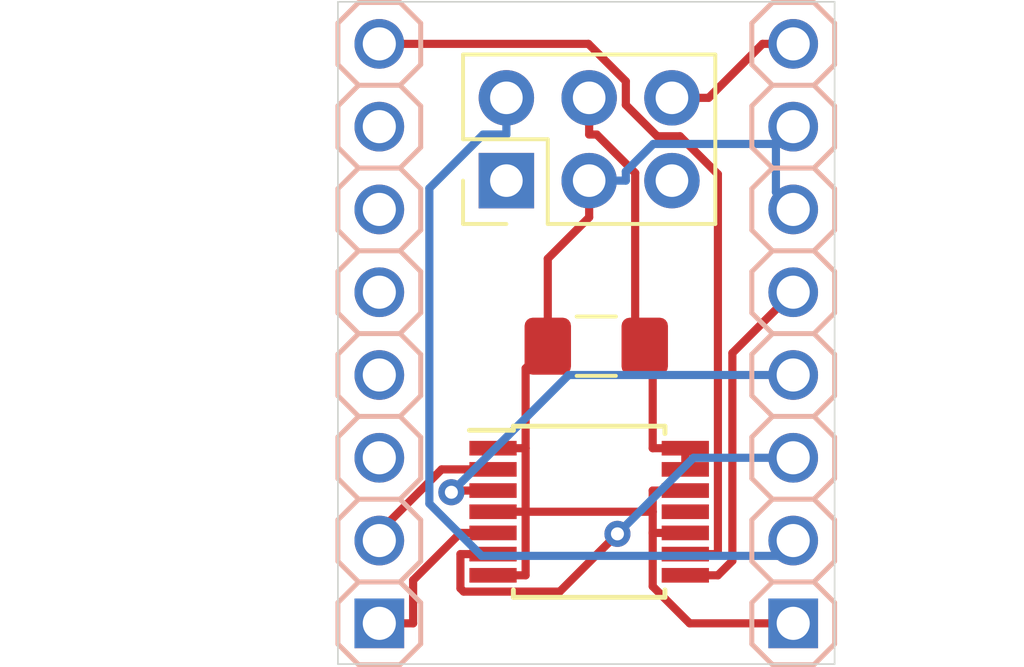
<source format=kicad_pcb>
(kicad_pcb (version 20171130) (host pcbnew 5.1.5-52549c5~84~ubuntu18.04.1)

  (general
    (thickness 1.6)
    (drawings 20)
    (tracks 78)
    (zones 0)
    (modules 5)
    (nets 11)
  )

  (page A4)
  (layers
    (0 Top signal)
    (31 Bottom signal)
    (36 B.SilkS user)
    (37 F.SilkS user)
    (38 B.Mask user)
    (39 F.Mask user)
    (40 Dwgs.User user)
    (41 Cmts.User user)
    (44 Edge.Cuts user)
    (45 Margin user)
    (46 B.CrtYd user)
    (47 F.CrtYd user)
  )

  (setup
    (last_trace_width 0.25)
    (trace_clearance 0.15)
    (zone_clearance 0.508)
    (zone_45_only no)
    (trace_min 0.15)
    (via_size 0.8)
    (via_drill 0.4)
    (via_min_size 0.4)
    (via_min_drill 0.3)
    (uvia_size 0.3)
    (uvia_drill 0.1)
    (uvias_allowed no)
    (uvia_min_size 0.2)
    (uvia_min_drill 0.1)
    (edge_width 0.05)
    (segment_width 0.2)
    (pcb_text_width 0.3)
    (pcb_text_size 1.5 1.5)
    (mod_edge_width 0.12)
    (mod_text_size 1 1)
    (mod_text_width 0.15)
    (pad_size 1.524 1.524)
    (pad_drill 0.762)
    (pad_to_mask_clearance 0.051)
    (solder_mask_min_width 0.25)
    (aux_axis_origin 0 0)
    (visible_elements FFFFFF7F)
    (pcbplotparams
      (layerselection 0x010f0_ffffffff)
      (usegerberextensions true)
      (usegerberattributes true)
      (usegerberadvancedattributes false)
      (creategerberjobfile false)
      (excludeedgelayer true)
      (linewidth 0.100000)
      (plotframeref false)
      (viasonmask false)
      (mode 1)
      (useauxorigin false)
      (hpglpennumber 1)
      (hpglpenspeed 20)
      (hpglpendiameter 15.000000)
      (psnegative false)
      (psa4output false)
      (plotreference true)
      (plotvalue true)
      (plotinvisibletext false)
      (padsonsilk false)
      (subtractmaskfromsilk false)
      (outputformat 1)
      (mirror false)
      (drillshape 0)
      (scaleselection 1)
      (outputdirectory "/home/wormley/tmp/z/"))
  )

  (net 0 "")
  (net 1 GND)
  (net 2 /BMB2)
  (net 3 /BMA1)
  (net 4 /VCC_IO)
  (net 5 /BMB1)
  (net 6 "Net-(C1-Pad1)")
  (net 7 /+VM)
  (net 8 /EN)
  (net 9 /STEP)
  (net 10 /DIR)

  (net_class Default "This is the default net class."
    (clearance 0.15)
    (trace_width 0.25)
    (via_dia 0.8)
    (via_drill 0.4)
    (uvia_dia 0.3)
    (uvia_drill 0.1)
    (add_net /+VM)
    (add_net /BMA1)
    (add_net /BMB1)
    (add_net /BMB2)
    (add_net /DIR)
    (add_net /EN)
    (add_net /STEP)
    (add_net /VCC_IO)
    (add_net GND)
    (add_net "Net-(C1-Pad1)")
  )

  (module Package_SO:TSSOP-14_4.4x5mm_P0.65mm (layer Top) (tedit 5A02F25C) (tstamp 5E1FAF8D)
    (at 148.59 110.49)
    (descr "14-Lead Plastic Thin Shrink Small Outline (ST)-4.4 mm Body [TSSOP] (see Microchip Packaging Specification 00000049BS.pdf)")
    (tags "SSOP 0.65")
    (path /5E206CAC)
    (attr smd)
    (fp_text reference U1 (at 0 -3.55) (layer F.SilkS) hide
      (effects (font (size 1 1) (thickness 0.15)))
    )
    (fp_text value SN74LV4T125 (at 0 3.55) (layer F.Fab) hide
      (effects (font (size 1 1) (thickness 0.15)))
    )
    (fp_text user %R (at 0 0) (layer F.Fab)
      (effects (font (size 0.8 0.8) (thickness 0.15)))
    )
    (fp_line (start -2.325 -2.5) (end -3.675 -2.5) (layer F.SilkS) (width 0.15))
    (fp_line (start -2.325 2.625) (end 2.325 2.625) (layer F.SilkS) (width 0.15))
    (fp_line (start -2.325 -2.625) (end 2.325 -2.625) (layer F.SilkS) (width 0.15))
    (fp_line (start -2.325 2.625) (end -2.325 2.4) (layer F.SilkS) (width 0.15))
    (fp_line (start 2.325 2.625) (end 2.325 2.4) (layer F.SilkS) (width 0.15))
    (fp_line (start 2.325 -2.625) (end 2.325 -2.4) (layer F.SilkS) (width 0.15))
    (fp_line (start -2.325 -2.625) (end -2.325 -2.5) (layer F.SilkS) (width 0.15))
    (fp_line (start -3.95 2.8) (end 3.95 2.8) (layer F.CrtYd) (width 0.05))
    (fp_line (start -3.95 -2.8) (end 3.95 -2.8) (layer F.CrtYd) (width 0.05))
    (fp_line (start 3.95 -2.8) (end 3.95 2.8) (layer F.CrtYd) (width 0.05))
    (fp_line (start -3.95 -2.8) (end -3.95 2.8) (layer F.CrtYd) (width 0.05))
    (fp_line (start -2.2 -1.5) (end -1.2 -2.5) (layer F.Fab) (width 0.15))
    (fp_line (start -2.2 2.5) (end -2.2 -1.5) (layer F.Fab) (width 0.15))
    (fp_line (start 2.2 2.5) (end -2.2 2.5) (layer F.Fab) (width 0.15))
    (fp_line (start 2.2 -2.5) (end 2.2 2.5) (layer F.Fab) (width 0.15))
    (fp_line (start -1.2 -2.5) (end 2.2 -2.5) (layer F.Fab) (width 0.15))
    (pad 14 smd rect (at 2.95 -1.95) (size 1.45 0.45) (layers Top F.Paste F.Mask)
      (net 6 "Net-(C1-Pad1)"))
    (pad 13 smd rect (at 2.95 -1.3) (size 1.45 0.45) (layers Top F.Paste F.Mask)
      (net 6 "Net-(C1-Pad1)"))
    (pad 12 smd rect (at 2.95 -0.65) (size 1.45 0.45) (layers Top F.Paste F.Mask)
      (net 1 GND))
    (pad 11 smd rect (at 2.95 0) (size 1.45 0.45) (layers Top F.Paste F.Mask))
    (pad 10 smd rect (at 2.95 0.65) (size 1.45 0.45) (layers Top F.Paste F.Mask)
      (net 1 GND))
    (pad 9 smd rect (at 2.95 1.3) (size 1.45 0.45) (layers Top F.Paste F.Mask)
      (net 8 /EN))
    (pad 8 smd rect (at 2.95 1.95) (size 1.45 0.45) (layers Top F.Paste F.Mask)
      (net 3 /BMA1))
    (pad 7 smd rect (at -2.95 1.95) (size 1.45 0.45) (layers Top F.Paste F.Mask)
      (net 1 GND))
    (pad 6 smd rect (at -2.95 1.3) (size 1.45 0.45) (layers Top F.Paste F.Mask)
      (net 2 /BMB2))
    (pad 5 smd rect (at -2.95 0.65) (size 1.45 0.45) (layers Top F.Paste F.Mask)
      (net 10 /DIR))
    (pad 4 smd rect (at -2.95 0) (size 1.45 0.45) (layers Top F.Paste F.Mask)
      (net 1 GND))
    (pad 3 smd rect (at -2.95 -0.65) (size 1.45 0.45) (layers Top F.Paste F.Mask)
      (net 5 /BMB1))
    (pad 2 smd rect (at -2.95 -1.3) (size 1.45 0.45) (layers Top F.Paste F.Mask)
      (net 9 /STEP))
    (pad 1 smd rect (at -2.95 -1.95) (size 1.45 0.45) (layers Top F.Paste F.Mask)
      (net 1 GND))
    (model ${KISYS3DMOD}/Package_SO.3dshapes/TSSOP-14_4.4x5mm_P0.65mm.wrl
      (at (xyz 0 0 0))
      (scale (xyz 1 1 1))
      (rotate (xyz 0 0 0))
    )
  )

  (module Connector_PinHeader_2.54mm:PinHeader_2x03_P2.54mm_Vertical (layer Top) (tedit 59FED5CC) (tstamp 5E1FAD89)
    (at 146.05 100.33 90)
    (descr "Through hole straight pin header, 2x03, 2.54mm pitch, double rows")
    (tags "Through hole pin header THT 2x03 2.54mm double row")
    (path /5E2221A4)
    (fp_text reference J1 (at 1.27 -2.33 90) (layer F.SilkS) hide
      (effects (font (size 1 1) (thickness 0.15)))
    )
    (fp_text value Conn_02x03_Odd_Even (at 2.54 20.32 90) (layer F.Fab) hide
      (effects (font (size 1 1) (thickness 0.15)))
    )
    (fp_text user %R (at 1.27 2.54) (layer F.Fab)
      (effects (font (size 1 1) (thickness 0.15)))
    )
    (fp_line (start 4.35 -1.8) (end -1.8 -1.8) (layer F.CrtYd) (width 0.05))
    (fp_line (start 4.35 6.85) (end 4.35 -1.8) (layer F.CrtYd) (width 0.05))
    (fp_line (start -1.8 6.85) (end 4.35 6.85) (layer F.CrtYd) (width 0.05))
    (fp_line (start -1.8 -1.8) (end -1.8 6.85) (layer F.CrtYd) (width 0.05))
    (fp_line (start -1.33 -1.33) (end 0 -1.33) (layer F.SilkS) (width 0.12))
    (fp_line (start -1.33 0) (end -1.33 -1.33) (layer F.SilkS) (width 0.12))
    (fp_line (start 1.27 -1.33) (end 3.87 -1.33) (layer F.SilkS) (width 0.12))
    (fp_line (start 1.27 1.27) (end 1.27 -1.33) (layer F.SilkS) (width 0.12))
    (fp_line (start -1.33 1.27) (end 1.27 1.27) (layer F.SilkS) (width 0.12))
    (fp_line (start 3.87 -1.33) (end 3.87 6.41) (layer F.SilkS) (width 0.12))
    (fp_line (start -1.33 1.27) (end -1.33 6.41) (layer F.SilkS) (width 0.12))
    (fp_line (start -1.33 6.41) (end 3.87 6.41) (layer F.SilkS) (width 0.12))
    (fp_line (start -1.27 0) (end 0 -1.27) (layer F.Fab) (width 0.1))
    (fp_line (start -1.27 6.35) (end -1.27 0) (layer F.Fab) (width 0.1))
    (fp_line (start 3.81 6.35) (end -1.27 6.35) (layer F.Fab) (width 0.1))
    (fp_line (start 3.81 -1.27) (end 3.81 6.35) (layer F.Fab) (width 0.1))
    (fp_line (start 0 -1.27) (end 3.81 -1.27) (layer F.Fab) (width 0.1))
    (pad 6 thru_hole oval (at 2.54 5.08 90) (size 1.7 1.7) (drill 1) (layers *.Cu *.Mask)
      (net 7 /+VM))
    (pad 5 thru_hole oval (at 0 5.08 90) (size 1.7 1.7) (drill 1) (layers *.Cu *.Mask))
    (pad 4 thru_hole oval (at 2.54 2.54 90) (size 1.7 1.7) (drill 1) (layers *.Cu *.Mask)
      (net 6 "Net-(C1-Pad1)"))
    (pad 3 thru_hole oval (at 0 2.54 90) (size 1.7 1.7) (drill 1) (layers *.Cu *.Mask)
      (net 1 GND))
    (pad 2 thru_hole oval (at 2.54 0 90) (size 1.7 1.7) (drill 1) (layers *.Cu *.Mask)
      (net 4 /VCC_IO))
    (pad 1 thru_hole rect (at 0 0 90) (size 1.7 1.7) (drill 1) (layers *.Cu *.Mask))
    (model ${KISYS3DMOD}/Connector_PinHeader_2.54mm.3dshapes/PinHeader_2x03_P2.54mm_Vertical.wrl
      (at (xyz 0 0 0))
      (scale (xyz 1 1 1))
      (rotate (xyz 0 0 0))
    )
  )

  (module Capacitor_SMD:C_1206_3216Metric_Pad1.42x1.75mm_HandSolder (layer Top) (tedit 5B301BBE) (tstamp 5E1FAD6D)
    (at 148.808 105.41 180)
    (descr "Capacitor SMD 1206 (3216 Metric), square (rectangular) end terminal, IPC_7351 nominal with elongated pad for handsoldering. (Body size source: http://www.tortai-tech.com/upload/download/2011102023233369053.pdf), generated with kicad-footprint-generator")
    (tags "capacitor handsolder")
    (path /5E22F494)
    (attr smd)
    (fp_text reference C1 (at 0 -1.82) (layer F.SilkS) hide
      (effects (font (size 1 1) (thickness 0.15)))
    )
    (fp_text value CP (at 0 1.82) (layer F.Fab) hide
      (effects (font (size 1 1) (thickness 0.15)))
    )
    (fp_text user %R (at 0 0) (layer F.Fab)
      (effects (font (size 0.8 0.8) (thickness 0.12)))
    )
    (fp_line (start 2.45 1.12) (end -2.45 1.12) (layer F.CrtYd) (width 0.05))
    (fp_line (start 2.45 -1.12) (end 2.45 1.12) (layer F.CrtYd) (width 0.05))
    (fp_line (start -2.45 -1.12) (end 2.45 -1.12) (layer F.CrtYd) (width 0.05))
    (fp_line (start -2.45 1.12) (end -2.45 -1.12) (layer F.CrtYd) (width 0.05))
    (fp_line (start -0.602064 0.91) (end 0.602064 0.91) (layer F.SilkS) (width 0.12))
    (fp_line (start -0.602064 -0.91) (end 0.602064 -0.91) (layer F.SilkS) (width 0.12))
    (fp_line (start 1.6 0.8) (end -1.6 0.8) (layer F.Fab) (width 0.1))
    (fp_line (start 1.6 -0.8) (end 1.6 0.8) (layer F.Fab) (width 0.1))
    (fp_line (start -1.6 -0.8) (end 1.6 -0.8) (layer F.Fab) (width 0.1))
    (fp_line (start -1.6 0.8) (end -1.6 -0.8) (layer F.Fab) (width 0.1))
    (pad 2 smd roundrect (at 1.4875 0 180) (size 1.425 1.75) (layers Top F.Paste F.Mask) (roundrect_rratio 0.175439)
      (net 1 GND))
    (pad 1 smd roundrect (at -1.4875 0 180) (size 1.425 1.75) (layers Top F.Paste F.Mask) (roundrect_rratio 0.175439)
      (net 6 "Net-(C1-Pad1)"))
    (model ${KISYS3DMOD}/Capacitor_SMD.3dshapes/C_1206_3216Metric.wrl
      (at (xyz 0 0 0))
      (scale (xyz 1 1 1))
      (rotate (xyz 0 0 0))
    )
  )

  (module SilentStepStick-TMC5160_v14:1X08-S (layer Bottom) (tedit 0) (tstamp 5E1E078E)
    (at 142.151 105.024 90)
    (descr "<b>PIN HEADER</b> - 2.54")
    (path /D245C58C)
    (fp_text reference P1 (at -10.2362 1.8288 90) (layer B.SilkS) hide
      (effects (font (size 1.2065 1.2065) (thickness 0.127)) (justify left top mirror))
    )
    (fp_text value MA08-1 (at -10.16 -3.175 90) (layer B.Fab) hide
      (effects (font (size 1.2065 1.2065) (thickness 0.1016)) (justify left top mirror))
    )
    (fp_poly (pts (xy 8.636 -0.254) (xy 9.144 -0.254) (xy 9.144 0.254) (xy 8.636 0.254)) (layer B.Fab) (width 0))
    (fp_poly (pts (xy -9.144 -0.254) (xy -8.636 -0.254) (xy -8.636 0.254) (xy -9.144 0.254)) (layer B.Fab) (width 0))
    (fp_poly (pts (xy -6.604 -0.254) (xy -6.096 -0.254) (xy -6.096 0.254) (xy -6.604 0.254)) (layer B.Fab) (width 0))
    (fp_poly (pts (xy -4.064 -0.254) (xy -3.556 -0.254) (xy -3.556 0.254) (xy -4.064 0.254)) (layer B.Fab) (width 0))
    (fp_poly (pts (xy -1.524 -0.254) (xy -1.016 -0.254) (xy -1.016 0.254) (xy -1.524 0.254)) (layer B.Fab) (width 0))
    (fp_poly (pts (xy 1.016 -0.254) (xy 1.524 -0.254) (xy 1.524 0.254) (xy 1.016 0.254)) (layer B.Fab) (width 0))
    (fp_poly (pts (xy 3.556 -0.254) (xy 4.064 -0.254) (xy 4.064 0.254) (xy 3.556 0.254)) (layer B.Fab) (width 0))
    (fp_poly (pts (xy 6.096 -0.254) (xy 6.604 -0.254) (xy 6.604 0.254) (xy 6.096 0.254)) (layer B.Fab) (width 0))
    (fp_line (start 9.525 -1.27) (end 8.255 -1.27) (layer B.SilkS) (width 0.1524))
    (fp_line (start 7.62 -0.635) (end 8.255 -1.27) (layer B.SilkS) (width 0.1524))
    (fp_line (start 8.255 1.27) (end 7.62 0.635) (layer B.SilkS) (width 0.1524))
    (fp_line (start 10.16 -0.635) (end 9.525 -1.27) (layer B.SilkS) (width 0.1524))
    (fp_line (start 10.16 0.635) (end 10.16 -0.635) (layer B.SilkS) (width 0.1524))
    (fp_line (start 9.525 1.27) (end 10.16 0.635) (layer B.SilkS) (width 0.1524))
    (fp_line (start 8.255 1.27) (end 9.525 1.27) (layer B.SilkS) (width 0.1524))
    (fp_line (start -8.255 -1.27) (end -9.525 -1.27) (layer B.SilkS) (width 0.1524))
    (fp_line (start -10.16 -0.635) (end -9.525 -1.27) (layer B.SilkS) (width 0.1524))
    (fp_line (start -9.525 1.27) (end -10.16 0.635) (layer B.SilkS) (width 0.1524))
    (fp_line (start -10.16 0.635) (end -10.16 -0.635) (layer B.SilkS) (width 0.1524))
    (fp_line (start -6.985 -1.27) (end -7.62 -0.635) (layer B.SilkS) (width 0.1524))
    (fp_line (start -5.715 -1.27) (end -6.985 -1.27) (layer B.SilkS) (width 0.1524))
    (fp_line (start -5.08 -0.635) (end -5.715 -1.27) (layer B.SilkS) (width 0.1524))
    (fp_line (start -5.08 0.635) (end -5.08 -0.635) (layer B.SilkS) (width 0.1524))
    (fp_line (start -5.715 1.27) (end -5.08 0.635) (layer B.SilkS) (width 0.1524))
    (fp_line (start -6.985 1.27) (end -5.715 1.27) (layer B.SilkS) (width 0.1524))
    (fp_line (start -7.62 0.635) (end -6.985 1.27) (layer B.SilkS) (width 0.1524))
    (fp_line (start -7.62 -0.635) (end -8.255 -1.27) (layer B.SilkS) (width 0.1524))
    (fp_line (start -7.62 0.635) (end -7.62 -0.635) (layer B.SilkS) (width 0.1524))
    (fp_line (start -8.255 1.27) (end -7.62 0.635) (layer B.SilkS) (width 0.1524))
    (fp_line (start -9.525 1.27) (end -8.255 1.27) (layer B.SilkS) (width 0.1524))
    (fp_line (start -0.635 -1.27) (end -1.905 -1.27) (layer B.SilkS) (width 0.1524))
    (fp_line (start -2.54 -0.635) (end -1.905 -1.27) (layer B.SilkS) (width 0.1524))
    (fp_line (start -1.905 1.27) (end -2.54 0.635) (layer B.SilkS) (width 0.1524))
    (fp_line (start -4.445 -1.27) (end -5.08 -0.635) (layer B.SilkS) (width 0.1524))
    (fp_line (start -3.175 -1.27) (end -4.445 -1.27) (layer B.SilkS) (width 0.1524))
    (fp_line (start -2.54 -0.635) (end -3.175 -1.27) (layer B.SilkS) (width 0.1524))
    (fp_line (start -2.54 0.635) (end -2.54 -0.635) (layer B.SilkS) (width 0.1524))
    (fp_line (start -3.175 1.27) (end -2.54 0.635) (layer B.SilkS) (width 0.1524))
    (fp_line (start -4.445 1.27) (end -3.175 1.27) (layer B.SilkS) (width 0.1524))
    (fp_line (start -5.08 0.635) (end -4.445 1.27) (layer B.SilkS) (width 0.1524))
    (fp_line (start 0.635 -1.27) (end 0 -0.635) (layer B.SilkS) (width 0.1524))
    (fp_line (start 1.905 -1.27) (end 0.635 -1.27) (layer B.SilkS) (width 0.1524))
    (fp_line (start 2.54 -0.635) (end 1.905 -1.27) (layer B.SilkS) (width 0.1524))
    (fp_line (start 2.54 0.635) (end 2.54 -0.635) (layer B.SilkS) (width 0.1524))
    (fp_line (start 1.905 1.27) (end 2.54 0.635) (layer B.SilkS) (width 0.1524))
    (fp_line (start 0.635 1.27) (end 1.905 1.27) (layer B.SilkS) (width 0.1524))
    (fp_line (start 0 0.635) (end 0.635 1.27) (layer B.SilkS) (width 0.1524))
    (fp_line (start 0 -0.635) (end -0.635 -1.27) (layer B.SilkS) (width 0.1524))
    (fp_line (start 0 0.635) (end 0 -0.635) (layer B.SilkS) (width 0.1524))
    (fp_line (start -0.635 1.27) (end 0 0.635) (layer B.SilkS) (width 0.1524))
    (fp_line (start -1.905 1.27) (end -0.635 1.27) (layer B.SilkS) (width 0.1524))
    (fp_line (start 6.985 -1.27) (end 5.715 -1.27) (layer B.SilkS) (width 0.1524))
    (fp_line (start 5.08 -0.635) (end 5.715 -1.27) (layer B.SilkS) (width 0.1524))
    (fp_line (start 5.715 1.27) (end 5.08 0.635) (layer B.SilkS) (width 0.1524))
    (fp_line (start 3.175 -1.27) (end 2.54 -0.635) (layer B.SilkS) (width 0.1524))
    (fp_line (start 4.445 -1.27) (end 3.175 -1.27) (layer B.SilkS) (width 0.1524))
    (fp_line (start 5.08 -0.635) (end 4.445 -1.27) (layer B.SilkS) (width 0.1524))
    (fp_line (start 5.08 0.635) (end 5.08 -0.635) (layer B.SilkS) (width 0.1524))
    (fp_line (start 4.445 1.27) (end 5.08 0.635) (layer B.SilkS) (width 0.1524))
    (fp_line (start 3.175 1.27) (end 4.445 1.27) (layer B.SilkS) (width 0.1524))
    (fp_line (start 2.54 0.635) (end 3.175 1.27) (layer B.SilkS) (width 0.1524))
    (fp_line (start 7.62 -0.635) (end 6.985 -1.27) (layer B.SilkS) (width 0.1524))
    (fp_line (start 7.62 0.635) (end 7.62 -0.635) (layer B.SilkS) (width 0.1524))
    (fp_line (start 6.985 1.27) (end 7.62 0.635) (layer B.SilkS) (width 0.1524))
    (fp_line (start 5.715 1.27) (end 6.985 1.27) (layer B.SilkS) (width 0.1524))
    (pad 8 thru_hole circle (at 8.89 0 90) (size 1.524 1.524) (drill 1.016) (layers *.Cu *.Mask)
      (net 8 /EN))
    (pad 7 thru_hole circle (at 6.35 0 90) (size 1.524 1.524) (drill 1.016) (layers *.Cu *.Mask))
    (pad 6 thru_hole circle (at 3.81 0 90) (size 1.524 1.524) (drill 1.016) (layers *.Cu *.Mask))
    (pad 5 thru_hole circle (at 1.27 0 90) (size 1.524 1.524) (drill 1.016) (layers *.Cu *.Mask))
    (pad 4 thru_hole circle (at -1.27 0 90) (size 1.524 1.524) (drill 1.016) (layers *.Cu *.Mask))
    (pad 3 thru_hole circle (at -3.81 0 90) (size 1.524 1.524) (drill 1.016) (layers *.Cu *.Mask))
    (pad 2 thru_hole circle (at -6.35 0 90) (size 1.524 1.524) (drill 1.016) (layers *.Cu *.Mask)
      (net 9 /STEP))
    (pad 1 thru_hole rect (at -8.89 0 90) (size 1.524 1.524) (drill 1.016) (layers *.Cu *.Mask)
      (net 10 /DIR))
  )

  (module SilentStepStick-TMC5160_v14:1X08-S (layer Bottom) (tedit 0) (tstamp 5E1E07DA)
    (at 154.851 105.024 90)
    (descr "<b>PIN HEADER</b> - 2.54")
    (path /2560E369)
    (fp_text reference P2 (at -10.2362 1.8288 90) (layer B.SilkS) hide
      (effects (font (size 1.2065 1.2065) (thickness 0.127)) (justify left top mirror))
    )
    (fp_text value MA08-1 (at -10.16 -3.175 90) (layer B.Fab) hide
      (effects (font (size 1.2065 1.2065) (thickness 0.1016)) (justify left top mirror))
    )
    (fp_poly (pts (xy 8.636 -0.254) (xy 9.144 -0.254) (xy 9.144 0.254) (xy 8.636 0.254)) (layer B.Fab) (width 0))
    (fp_poly (pts (xy -9.144 -0.254) (xy -8.636 -0.254) (xy -8.636 0.254) (xy -9.144 0.254)) (layer B.Fab) (width 0))
    (fp_poly (pts (xy -6.604 -0.254) (xy -6.096 -0.254) (xy -6.096 0.254) (xy -6.604 0.254)) (layer B.Fab) (width 0))
    (fp_poly (pts (xy -4.064 -0.254) (xy -3.556 -0.254) (xy -3.556 0.254) (xy -4.064 0.254)) (layer B.Fab) (width 0))
    (fp_poly (pts (xy -1.524 -0.254) (xy -1.016 -0.254) (xy -1.016 0.254) (xy -1.524 0.254)) (layer B.Fab) (width 0))
    (fp_poly (pts (xy 1.016 -0.254) (xy 1.524 -0.254) (xy 1.524 0.254) (xy 1.016 0.254)) (layer B.Fab) (width 0))
    (fp_poly (pts (xy 3.556 -0.254) (xy 4.064 -0.254) (xy 4.064 0.254) (xy 3.556 0.254)) (layer B.Fab) (width 0))
    (fp_poly (pts (xy 6.096 -0.254) (xy 6.604 -0.254) (xy 6.604 0.254) (xy 6.096 0.254)) (layer B.Fab) (width 0))
    (fp_line (start 9.525 -1.27) (end 8.255 -1.27) (layer B.SilkS) (width 0.1524))
    (fp_line (start 7.62 -0.635) (end 8.255 -1.27) (layer B.SilkS) (width 0.1524))
    (fp_line (start 8.255 1.27) (end 7.62 0.635) (layer B.SilkS) (width 0.1524))
    (fp_line (start 10.16 -0.635) (end 9.525 -1.27) (layer B.SilkS) (width 0.1524))
    (fp_line (start 10.16 0.635) (end 10.16 -0.635) (layer B.SilkS) (width 0.1524))
    (fp_line (start 9.525 1.27) (end 10.16 0.635) (layer B.SilkS) (width 0.1524))
    (fp_line (start 8.255 1.27) (end 9.525 1.27) (layer B.SilkS) (width 0.1524))
    (fp_line (start -8.255 -1.27) (end -9.525 -1.27) (layer B.SilkS) (width 0.1524))
    (fp_line (start -10.16 -0.635) (end -9.525 -1.27) (layer B.SilkS) (width 0.1524))
    (fp_line (start -9.525 1.27) (end -10.16 0.635) (layer B.SilkS) (width 0.1524))
    (fp_line (start -10.16 0.635) (end -10.16 -0.635) (layer B.SilkS) (width 0.1524))
    (fp_line (start -6.985 -1.27) (end -7.62 -0.635) (layer B.SilkS) (width 0.1524))
    (fp_line (start -5.715 -1.27) (end -6.985 -1.27) (layer B.SilkS) (width 0.1524))
    (fp_line (start -5.08 -0.635) (end -5.715 -1.27) (layer B.SilkS) (width 0.1524))
    (fp_line (start -5.08 0.635) (end -5.08 -0.635) (layer B.SilkS) (width 0.1524))
    (fp_line (start -5.715 1.27) (end -5.08 0.635) (layer B.SilkS) (width 0.1524))
    (fp_line (start -6.985 1.27) (end -5.715 1.27) (layer B.SilkS) (width 0.1524))
    (fp_line (start -7.62 0.635) (end -6.985 1.27) (layer B.SilkS) (width 0.1524))
    (fp_line (start -7.62 -0.635) (end -8.255 -1.27) (layer B.SilkS) (width 0.1524))
    (fp_line (start -7.62 0.635) (end -7.62 -0.635) (layer B.SilkS) (width 0.1524))
    (fp_line (start -8.255 1.27) (end -7.62 0.635) (layer B.SilkS) (width 0.1524))
    (fp_line (start -9.525 1.27) (end -8.255 1.27) (layer B.SilkS) (width 0.1524))
    (fp_line (start -0.635 -1.27) (end -1.905 -1.27) (layer B.SilkS) (width 0.1524))
    (fp_line (start -2.54 -0.635) (end -1.905 -1.27) (layer B.SilkS) (width 0.1524))
    (fp_line (start -1.905 1.27) (end -2.54 0.635) (layer B.SilkS) (width 0.1524))
    (fp_line (start -4.445 -1.27) (end -5.08 -0.635) (layer B.SilkS) (width 0.1524))
    (fp_line (start -3.175 -1.27) (end -4.445 -1.27) (layer B.SilkS) (width 0.1524))
    (fp_line (start -2.54 -0.635) (end -3.175 -1.27) (layer B.SilkS) (width 0.1524))
    (fp_line (start -2.54 0.635) (end -2.54 -0.635) (layer B.SilkS) (width 0.1524))
    (fp_line (start -3.175 1.27) (end -2.54 0.635) (layer B.SilkS) (width 0.1524))
    (fp_line (start -4.445 1.27) (end -3.175 1.27) (layer B.SilkS) (width 0.1524))
    (fp_line (start -5.08 0.635) (end -4.445 1.27) (layer B.SilkS) (width 0.1524))
    (fp_line (start 0.635 -1.27) (end 0 -0.635) (layer B.SilkS) (width 0.1524))
    (fp_line (start 1.905 -1.27) (end 0.635 -1.27) (layer B.SilkS) (width 0.1524))
    (fp_line (start 2.54 -0.635) (end 1.905 -1.27) (layer B.SilkS) (width 0.1524))
    (fp_line (start 2.54 0.635) (end 2.54 -0.635) (layer B.SilkS) (width 0.1524))
    (fp_line (start 1.905 1.27) (end 2.54 0.635) (layer B.SilkS) (width 0.1524))
    (fp_line (start 0.635 1.27) (end 1.905 1.27) (layer B.SilkS) (width 0.1524))
    (fp_line (start 0 0.635) (end 0.635 1.27) (layer B.SilkS) (width 0.1524))
    (fp_line (start 0 -0.635) (end -0.635 -1.27) (layer B.SilkS) (width 0.1524))
    (fp_line (start 0 0.635) (end 0 -0.635) (layer B.SilkS) (width 0.1524))
    (fp_line (start -0.635 1.27) (end 0 0.635) (layer B.SilkS) (width 0.1524))
    (fp_line (start -1.905 1.27) (end -0.635 1.27) (layer B.SilkS) (width 0.1524))
    (fp_line (start 6.985 -1.27) (end 5.715 -1.27) (layer B.SilkS) (width 0.1524))
    (fp_line (start 5.08 -0.635) (end 5.715 -1.27) (layer B.SilkS) (width 0.1524))
    (fp_line (start 5.715 1.27) (end 5.08 0.635) (layer B.SilkS) (width 0.1524))
    (fp_line (start 3.175 -1.27) (end 2.54 -0.635) (layer B.SilkS) (width 0.1524))
    (fp_line (start 4.445 -1.27) (end 3.175 -1.27) (layer B.SilkS) (width 0.1524))
    (fp_line (start 5.08 -0.635) (end 4.445 -1.27) (layer B.SilkS) (width 0.1524))
    (fp_line (start 5.08 0.635) (end 5.08 -0.635) (layer B.SilkS) (width 0.1524))
    (fp_line (start 4.445 1.27) (end 5.08 0.635) (layer B.SilkS) (width 0.1524))
    (fp_line (start 3.175 1.27) (end 4.445 1.27) (layer B.SilkS) (width 0.1524))
    (fp_line (start 2.54 0.635) (end 3.175 1.27) (layer B.SilkS) (width 0.1524))
    (fp_line (start 7.62 -0.635) (end 6.985 -1.27) (layer B.SilkS) (width 0.1524))
    (fp_line (start 7.62 0.635) (end 7.62 -0.635) (layer B.SilkS) (width 0.1524))
    (fp_line (start 6.985 1.27) (end 7.62 0.635) (layer B.SilkS) (width 0.1524))
    (fp_line (start 5.715 1.27) (end 6.985 1.27) (layer B.SilkS) (width 0.1524))
    (pad 8 thru_hole circle (at 8.89 0 90) (size 1.524 1.524) (drill 1.016) (layers *.Cu *.Mask)
      (net 7 /+VM))
    (pad 7 thru_hole circle (at 6.35 0 90) (size 1.524 1.524) (drill 1.016) (layers *.Cu *.Mask)
      (net 1 GND))
    (pad 6 thru_hole circle (at 3.81 0 90) (size 1.524 1.524) (drill 1.016) (layers *.Cu *.Mask)
      (net 1 GND))
    (pad 5 thru_hole circle (at 1.27 0 90) (size 1.524 1.524) (drill 1.016) (layers *.Cu *.Mask)
      (net 3 /BMA1))
    (pad 4 thru_hole circle (at -1.27 0 90) (size 1.524 1.524) (drill 1.016) (layers *.Cu *.Mask)
      (net 5 /BMB1))
    (pad 3 thru_hole circle (at -3.81 0 90) (size 1.524 1.524) (drill 1.016) (layers *.Cu *.Mask)
      (net 2 /BMB2))
    (pad 2 thru_hole circle (at -6.35 0 90) (size 1.524 1.524) (drill 1.016) (layers *.Cu *.Mask)
      (net 4 /VCC_IO))
    (pad 1 thru_hole rect (at -8.89 0 90) (size 1.524 1.524) (drill 1.016) (layers *.Cu *.Mask)
      (net 1 GND))
  )

  (gr_line (start 140.8811 115.1636) (end 156.1211 115.1636) (layer Edge.Cuts) (width 0.05) (tstamp 9B08DDC0))
  (gr_line (start 156.1211 115.1636) (end 156.1211 94.8436) (layer Edge.Cuts) (width 0.05) (tstamp 9B08E210))
  (gr_line (start 156.1211 94.8436) (end 140.8811 94.8436) (layer Edge.Cuts) (width 0.05) (tstamp 9AFC1030))
  (gr_line (start 140.8811 94.8436) (end 140.8811 115.1636) (layer Edge.Cuts) (width 0.05) (tstamp 9AFC1490))
  (gr_text GND (at 156.7561 96.7486) (layer Cmts.User) (tstamp 9AFC1980)
    (effects (font (size 1.2065 1.2065) (thickness 0.1651)) (justify left bottom))
  )
  (gr_text Vio (at 156.7561 99.2886) (layer Cmts.User) (tstamp 9B072CD0)
    (effects (font (size 1.2065 1.2065) (thickness 0.1651)) (justify left bottom))
  )
  (gr_text BMB2 (at 156.7561 101.8286) (layer Cmts.User) (tstamp 9B073280)
    (effects (font (size 1.2065 1.2065) (thickness 0.1651)) (justify left bottom))
  )
  (gr_text BMB1 (at 156.7561 104.3686) (layer Cmts.User) (tstamp 9B011D10)
    (effects (font (size 1.2065 1.2065) (thickness 0.1651)) (justify left bottom))
  )
  (gr_text BMA1 (at 156.7561 106.9086) (layer Cmts.User) (tstamp 9B0122E0)
    (effects (font (size 1.2065 1.2065) (thickness 0.1651)) (justify left bottom))
  )
  (gr_text BMA2 (at 156.7561 109.4486) (layer Cmts.User) (tstamp 9B076910)
    (effects (font (size 1.2065 1.2065) (thickness 0.1651)) (justify left bottom))
  )
  (gr_text GND (at 156.7561 111.9886) (layer Cmts.User) (tstamp 9B076ED0)
    (effects (font (size 1.2065 1.2065) (thickness 0.1651)) (justify left bottom))
  )
  (gr_text Vm (at 156.7561 114.5286) (layer Cmts.User) (tstamp 9AFCDD10)
    (effects (font (size 1.2065 1.2065) (thickness 0.1651)) (justify left bottom))
  )
  (gr_text EN (at 140.2461 113.2586) (layer Cmts.User) (tstamp 9AFCE2D0)
    (effects (font (size 1.2065 1.2065) (thickness 0.1651)) (justify right top))
  )
  (gr_text SDI/CFG1 (at 140.2461 110.7186) (layer Cmts.User) (tstamp 9B22F600)
    (effects (font (size 1.2065 1.2065) (thickness 0.1651)) (justify right top))
  )
  (gr_text SCK/CFG2 (at 140.2461 108.1786) (layer Cmts.User) (tstamp 9B028730)
    (effects (font (size 1.2065 1.2065) (thickness 0.1651)) (justify right top))
  )
  (gr_text CSN/CFG3 (at 140.2461 105.6386) (layer Cmts.User) (tstamp 9B028D50)
    (effects (font (size 1.2065 1.2065) (thickness 0.1651)) (justify right top))
  )
  (gr_text SDO/CFG0 (at 140.2461 103.0986) (layer Cmts.User) (tstamp 995D30C0)
    (effects (font (size 1.2065 1.2065) (thickness 0.1651)) (justify right top))
  )
  (gr_text DCO (at 140.2461 100.5586) (layer Cmts.User) (tstamp 995D3740)
    (effects (font (size 1.2065 1.2065) (thickness 0.1651)) (justify right top))
  )
  (gr_text Step (at 140.2461 98.0186) (layer Cmts.User) (tstamp 9B0ADA20)
    (effects (font (size 1.2065 1.2065) (thickness 0.1651)) (justify right top))
  )
  (gr_text Dir (at 140.2461 95.4786) (layer Cmts.User) (tstamp 9B0AE060)
    (effects (font (size 1.2065 1.2065) (thickness 0.1651)) (justify right top))
  )

  (segment (start 154.3203 99.2047) (end 154.851 98.674) (width 0.25) (layer Bottom) (net 1))
  (segment (start 149.7153 100.33) (end 149.7153 100.0486) (width 0.25) (layer Bottom) (net 1))
  (segment (start 149.7153 100.0486) (end 150.5592 99.2047) (width 0.25) (layer Bottom) (net 1))
  (segment (start 150.5592 99.2047) (end 154.3203 99.2047) (width 0.25) (layer Bottom) (net 1))
  (segment (start 154.3203 99.2047) (end 154.3203 100.6833) (width 0.25) (layer Bottom) (net 1))
  (segment (start 154.3203 100.6833) (end 154.851 101.214) (width 0.25) (layer Bottom) (net 1))
  (segment (start 147.3205 105.41) (end 147.3205 102.7248) (width 0.25) (layer Top) (net 1))
  (segment (start 147.3205 102.7248) (end 148.59 101.4553) (width 0.25) (layer Top) (net 1))
  (segment (start 146.6403 108.54) (end 146.6403 106.0902) (width 0.25) (layer Top) (net 1))
  (segment (start 146.6403 106.0902) (end 147.3205 105.41) (width 0.25) (layer Top) (net 1))
  (segment (start 148.59 100.33) (end 148.59 101.4553) (width 0.25) (layer Top) (net 1))
  (segment (start 154.851 113.914) (end 151.6747 113.914) (width 0.25) (layer Top) (net 1))
  (segment (start 151.6747 113.914) (end 150.5397 112.779) (width 0.25) (layer Top) (net 1))
  (segment (start 150.5397 112.779) (end 150.5397 111.14) (width 0.25) (layer Top) (net 1))
  (segment (start 146.6403 108.54) (end 146.6403 110.49) (width 0.25) (layer Top) (net 1))
  (segment (start 146.5402 108.54) (end 146.6403 108.54) (width 0.25) (layer Top) (net 1))
  (segment (start 145.64 108.54) (end 146.5402 108.54) (width 0.25) (layer Top) (net 1))
  (segment (start 150.5397 110.49) (end 146.6403 110.49) (width 0.25) (layer Top) (net 1))
  (segment (start 150.5397 110.49) (end 150.5397 109.84) (width 0.25) (layer Top) (net 1))
  (segment (start 150.5397 111.14) (end 150.5397 110.49) (width 0.25) (layer Top) (net 1))
  (segment (start 145.64 112.44) (end 146.6403 112.44) (width 0.25) (layer Top) (net 1))
  (segment (start 146.6403 112.44) (end 146.6403 110.49) (width 0.25) (layer Top) (net 1))
  (segment (start 145.64 110.49) (end 146.6403 110.49) (width 0.25) (layer Top) (net 1))
  (segment (start 148.59 100.33) (end 149.7153 100.33) (width 0.25) (layer Bottom) (net 1))
  (segment (start 151.54 109.84) (end 150.5397 109.84) (width 0.25) (layer Top) (net 1))
  (segment (start 151.54 111.14) (end 150.5397 111.14) (width 0.25) (layer Top) (net 1))
  (segment (start 145.64 111.79) (end 144.6397 111.79) (width 0.25) (layer Top) (net 2))
  (segment (start 149.4579 111.1686) (end 147.6861 112.9404) (width 0.25) (layer Top) (net 2))
  (segment (start 147.6861 112.9404) (end 144.7396 112.9404) (width 0.25) (layer Top) (net 2))
  (segment (start 144.7396 112.9404) (end 144.6397 112.8405) (width 0.25) (layer Top) (net 2))
  (segment (start 144.6397 112.8405) (end 144.6397 111.79) (width 0.25) (layer Top) (net 2))
  (segment (start 154.851 108.834) (end 151.7925 108.834) (width 0.25) (layer Bottom) (net 2))
  (segment (start 151.7925 108.834) (end 149.4579 111.1686) (width 0.25) (layer Bottom) (net 2))
  (via (at 149.4579 111.1686) (size 0.8) (layers Top Bottom) (net 2))
  (segment (start 151.54 112.44) (end 152.5403 112.44) (width 0.25) (layer Top) (net 3))
  (segment (start 154.851 103.754) (end 152.9842 105.6208) (width 0.25) (layer Top) (net 3))
  (segment (start 152.9842 105.6208) (end 152.9842 111.9961) (width 0.25) (layer Top) (net 3))
  (segment (start 152.9842 111.9961) (end 152.5403 112.44) (width 0.25) (layer Top) (net 3))
  (segment (start 146.05 98.9153) (end 145.3366 98.9153) (width 0.25) (layer Bottom) (net 4))
  (segment (start 145.3366 98.9153) (end 143.6867 100.5652) (width 0.25) (layer Bottom) (net 4))
  (segment (start 143.6867 100.5652) (end 143.6867 110.2395) (width 0.25) (layer Bottom) (net 4))
  (segment (start 143.6867 110.2395) (end 145.2911 111.8439) (width 0.25) (layer Bottom) (net 4))
  (segment (start 145.2911 111.8439) (end 154.3811 111.8439) (width 0.25) (layer Bottom) (net 4))
  (segment (start 154.3811 111.8439) (end 154.851 111.374) (width 0.25) (layer Bottom) (net 4))
  (segment (start 146.05 97.79) (end 146.05 98.9153) (width 0.25) (layer Bottom) (net 4))
  (segment (start 144.3623 109.8917) (end 144.588 109.8917) (width 0.25) (layer Top) (net 5))
  (segment (start 144.588 109.8917) (end 144.6397 109.84) (width 0.25) (layer Top) (net 5))
  (segment (start 154.851 106.294) (end 147.96 106.294) (width 0.25) (layer Bottom) (net 5))
  (segment (start 147.96 106.294) (end 144.3623 109.8917) (width 0.25) (layer Bottom) (net 5))
  (segment (start 145.64 109.84) (end 144.6397 109.84) (width 0.25) (layer Top) (net 5))
  (via (at 144.3623 109.8917) (size 0.8) (layers Top Bottom) (net 5))
  (segment (start 148.59 97.79) (end 148.59 98.9153) (width 0.25) (layer Top) (net 6))
  (segment (start 150.2955 105.41) (end 150.0017 105.1162) (width 0.25) (layer Top) (net 6))
  (segment (start 150.0017 105.1162) (end 150.0017 100.0939) (width 0.25) (layer Top) (net 6))
  (segment (start 150.0017 100.0939) (end 148.8231 98.9153) (width 0.25) (layer Top) (net 6))
  (segment (start 148.8231 98.9153) (end 148.59 98.9153) (width 0.25) (layer Top) (net 6))
  (segment (start 150.5397 108.54) (end 150.5397 105.6542) (width 0.25) (layer Top) (net 6))
  (segment (start 150.5397 105.6542) (end 150.2955 105.41) (width 0.25) (layer Top) (net 6))
  (segment (start 151.54 108.54) (end 150.5397 108.54) (width 0.25) (layer Top) (net 6))
  (segment (start 151.54 109.19) (end 151.54 108.54) (width 0.25) (layer Top) (net 6))
  (segment (start 151.13 97.79) (end 152.2553 97.79) (width 0.25) (layer Top) (net 7))
  (segment (start 154.851 96.134) (end 153.9113 96.134) (width 0.25) (layer Top) (net 7))
  (segment (start 153.9113 96.134) (end 152.2553 97.79) (width 0.25) (layer Top) (net 7))
  (segment (start 151.54 111.79) (end 152.5403 111.79) (width 0.25) (layer Top) (net 8))
  (segment (start 142.151 96.134) (end 148.5672 96.134) (width 0.25) (layer Top) (net 8))
  (segment (start 148.5672 96.134) (end 149.7154 97.2822) (width 0.25) (layer Top) (net 8))
  (segment (start 149.7154 97.2822) (end 149.7154 98.0063) (width 0.25) (layer Top) (net 8))
  (segment (start 149.7154 98.0063) (end 150.6776 98.9685) (width 0.25) (layer Top) (net 8))
  (segment (start 150.6776 98.9685) (end 151.3762 98.9685) (width 0.25) (layer Top) (net 8))
  (segment (start 151.3762 98.9685) (end 152.5403 100.1326) (width 0.25) (layer Top) (net 8))
  (segment (start 152.5403 100.1326) (end 152.5403 111.79) (width 0.25) (layer Top) (net 8))
  (segment (start 145.64 109.19) (end 144.0639 109.19) (width 0.25) (layer Top) (net 9))
  (segment (start 144.0639 109.19) (end 142.151 111.1029) (width 0.25) (layer Top) (net 9))
  (segment (start 142.151 111.1029) (end 142.151 111.374) (width 0.25) (layer Top) (net 9))
  (segment (start 145.64 111.14) (end 144.6397 111.14) (width 0.25) (layer Top) (net 10))
  (segment (start 142.151 113.914) (end 143.1883 113.914) (width 0.25) (layer Top) (net 10))
  (segment (start 143.1883 113.914) (end 143.1883 112.5914) (width 0.25) (layer Top) (net 10))
  (segment (start 143.1883 112.5914) (end 144.6397 111.14) (width 0.25) (layer Top) (net 10))

)

</source>
